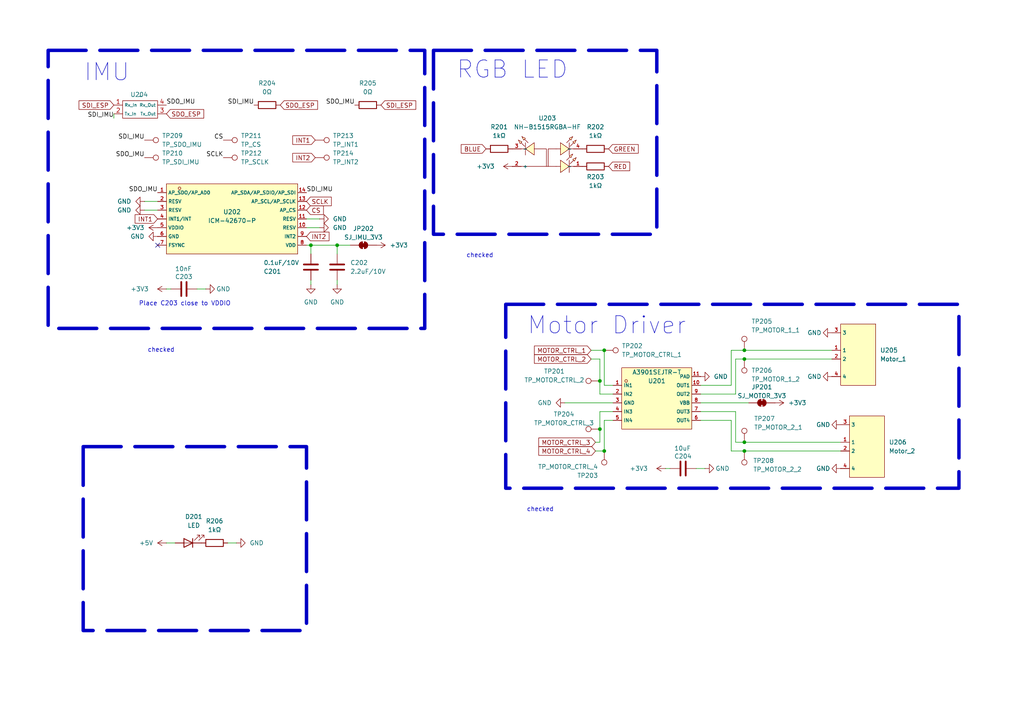
<source format=kicad_sch>
(kicad_sch (version 20231120) (generator "eeschema") (generator_version "8.0")
  (paper "A4")
  (lib_symbols
    (symbol "A3901SEJTR-T:A3901SEJTR-T"
      (property "Reference" "U" (at 0 1.27 0))
      (property "Value" "A3901SEJTR-T" (at 0 -2.54 0))
      (symbol "A3901SEJTR-T_0_1"
        (rectangle (start -10.16 8.89) (end 10.16 -8.89) (fill (type background)))
        (circle (center -8.89 5.08) (radius 0.381) (fill (type background)))
        (pin unspecified line (at -12.7 3.81 0) (length 2.54) (name "IN1") (number "1"))
        (pin unspecified line (at 12.7 3.81 180) (length 2.54) (name "OUT1") (number "10"))
        (pin unspecified line (at 12.7 6.35 180) (length 2.54) (name "PAD") (number "11"))
        (pin unspecified line (at -12.7 1.27 0) (length 2.54) (name "IN2") (number "2"))
        (pin unspecified line (at -12.7 -1.27 0) (length 2.54) (name "GND") (number "3"))
        (pin unspecified line (at -12.7 -3.81 0) (length 2.54) (name "IN3") (number "4"))
        (pin unspecified line (at -12.7 -6.35 0) (length 2.54) (name "IN4") (number "5"))
        (pin unspecified line (at 12.7 -6.35 180) (length 2.54) (name "OUT4") (number "6"))
        (pin unspecified line (at 12.7 -3.81 180) (length 2.54) (name "OUT3") (number "7"))
        (pin unspecified line (at 12.7 -1.27 180) (length 2.54) (name "VBB") (number "8"))
        (pin unspecified line (at 12.7 1.27 180) (length 2.54) (name "OUT2") (number "9"))
      )
    )
    (symbol "BM02B-SRSS-TB_(LF)(SN):BM02B-SRSS-TB_(LF)(SN)"
      (property "Reference" "U" (at 0 1.27 0))
      (property "Value" "BM02B-SRSS-TB_(LF)(SN)" (at 0 -2.54 0))
      (symbol "BM02B-SRSS-TB_(LF)(SN)_0_1"
        (rectangle (start -3.81 8.89) (end 6.35 -8.89) (fill (type background)))
        (pin unspecified line (at -6.35 1.27 0) (length 2.54) (name "1") (number "1"))
        (pin unspecified line (at -6.35 -1.27 0) (length 2.54) (name "2") (number "2"))
        (pin unspecified line (at -6.35 6.35 0) (length 2.54) (name "3") (number "3"))
        (pin unspecified line (at -6.35 -6.35 0) (length 2.54) (name "4") (number "4"))
      )
    )
    (symbol "Connector:TestPoint" (pin_numbers hide) (pin_names (offset 0.762) hide)
      (property "Reference" "TP" (at 0 6.858 0))
      (property "Value" "TestPoint" (at 0 5.08 0))
      (symbol "TestPoint_0_1"
        (circle (center 0 3.302) (radius 0.762))
      )
      (symbol "TestPoint_1_1"
        (pin passive line (at 0 0 90) (length 2.54) (name "1") (number "1"))
      )
    )
    (symbol "Device:C" (pin_numbers hide) (pin_names (offset 0.254))
      (property "Reference" "C" (at 0.635 2.54 0))
      (property "Value" "C" (at 0.635 -2.54 0))
      (symbol "C_0_1"
        (polyline (pts (xy -2.032 -0.762) (xy 2.032 -0.762)) (stroke (width 0.508)))
        (polyline (pts (xy -2.032 0.762) (xy 2.032 0.762)) (stroke (width 0.508)))
      )
      (symbol "C_1_1"
        (pin passive line (at 0 3.81 270) (length 2.794) (name "~") (number "1"))
        (pin passive line (at 0 -3.81 90) (length 2.794) (name "~") (number "2"))
      )
    )
    (symbol "Device:LED" (pin_numbers hide) (pin_names (offset 1.016) hide)
      (property "Reference" "D" (at 0 2.54 0))
      (property "Value" "LED" (at 0 -2.54 0))
      (symbol "LED_0_1"
        (polyline (pts (xy -1.27 -1.27) (xy -1.27 1.27)) (stroke (width 0.254)))
        (polyline (pts (xy -1.27 0) (xy 1.27 0)))
        (polyline (pts (xy 1.27 -1.27) (xy 1.27 1.27) (xy -1.27 0) (xy 1.27 -1.27)) (stroke (width 0.254)))
        (polyline (pts (xy -3.048 -0.762) (xy -4.572 -2.286) (xy -3.81 -2.286) (xy -4.572 -2.286) (xy -4.572 -1.524)))
        (polyline (pts (xy -1.778 -0.762) (xy -3.302 -2.286) (xy -2.54 -2.286) (xy -3.302 -2.286) (xy -3.302 -1.524)))
      )
      (symbol "LED_1_1"
        (pin passive line (at -3.81 0 0) (length 2.54) (name "K") (number "1"))
        (pin passive line (at 3.81 0 180) (length 2.54) (name "A") (number "2"))
      )
    )
    (symbol "Device:R" (pin_numbers hide) (pin_names (offset 0))
      (property "Reference" "R" (at 2.032 0 90))
      (property "Value" "R" (at 0 0 90))
      (symbol "R_0_1"
        (rectangle (start -1.016 -2.54) (end 1.016 2.54) (stroke (width 0.254)))
      )
      (symbol "R_1_1"
        (pin passive line (at 0 3.81 270) (length 1.27) (name "~") (number "1"))
        (pin passive line (at 0 -3.81 90) (length 1.27) (name "~") (number "2"))
      )
    )
    (symbol "ICM-42670-P:ICM-42670-P"
      (property "Reference" "U" (at 0 1.27 0))
      (property "Value" "ICM-42670-P" (at 0 -2.54 0))
      (symbol "ICM-42670-P_0_1"
        (rectangle (start -19.05 10.16) (end 19.05 -10.16) (fill (type background)))
        (circle (center -15.2401 8.89) (radius 0.381) (fill (type background)))
        (pin unspecified line (at -21.59 7.62 0) (length 2.54) (name "AP_SDO/AP_AD0") (number "1"))
        (pin unspecified line (at 21.59 -2.54 180) (length 2.54) (name "RESV") (number "10"))
        (pin unspecified line (at 21.59 0 180) (length 2.54) (name "RESV") (number "11"))
        (pin unspecified line (at 21.59 2.54 180) (length 2.54) (name "AP_CS") (number "12"))
        (pin unspecified line (at 21.59 5.08 180) (length 2.54) (name "AP_SCL/AP_SCLK") (number "13"))
        (pin unspecified line (at 21.59 7.62 180) (length 2.54) (name "AP_SDA/AP_SDIO/AP_SDI") (number "14"))
        (pin unspecified line (at -21.59 5.08 0) (length 2.54) (name "RESV") (number "2"))
        (pin unspecified line (at -21.59 2.54 0) (length 2.54) (name "RESV") (number "3"))
        (pin unspecified line (at -21.59 0 0) (length 2.54) (name "INT1/INT") (number "4"))
        (pin unspecified line (at -21.59 -2.54 0) (length 2.54) (name "VDDIO") (number "5"))
        (pin unspecified line (at -21.59 -5.08 0) (length 2.54) (name "GND") (number "6"))
        (pin unspecified line (at -21.59 -7.62 0) (length 2.54) (name "FSYNC") (number "7"))
        (pin unspecified line (at 21.59 -7.62 180) (length 2.54) (name "VDD") (number "8"))
        (pin unspecified line (at 21.59 -5.08 180) (length 2.54) (name "INT2") (number "9"))
      )
    )
    (symbol "Jumper:SolderJumper_2_Bridged" (pin_numbers hide) (pin_names (offset 0) hide) (exclude_from_sim yes) (in_bom no)
      (property "Reference" "JP" (at 0 2.032 0))
      (property "Value" "SolderJumper_2_Bridged" (at 0 -2.54 0))
      (symbol "SolderJumper_2_Bridged_0_1"
        (rectangle (start -0.508 0.508) (end 0.508 -0.508) (fill (type outline)))
        (arc (start -0.254 1.016) (mid -1.2656 0) (end -0.254 -1.016))
        (arc (start -0.254 1.016) (mid -1.2656 0) (end -0.254 -1.016) (fill (type outline)))
        (polyline (pts (xy -0.254 1.016) (xy -0.254 -1.016)))
        (polyline (pts (xy 0.254 1.016) (xy 0.254 -1.016)))
        (arc (start 0.254 -1.016) (mid 1.2656 0) (end 0.254 1.016))
        (arc (start 0.254 -1.016) (mid 1.2656 0) (end 0.254 1.016) (fill (type outline)))
      )
      (symbol "SolderJumper_2_Bridged_1_1"
        (pin passive line (at -3.81 0 0) (length 2.54) (name "A") (number "1"))
        (pin passive line (at 3.81 0 180) (length 2.54) (name "B") (number "2"))
      )
    )
    (symbol "NH-B1515RGBA-HF:NH-B1515RGBA-HF"
      (property "Reference" "U" (at 0 1.27 0))
      (property "Value" "NH-B1515RGBA-HF" (at 0 -2.54 0))
      (symbol "NH-B1515RGBA-HF_0_1"
        (polyline (pts (xy -6.604 3.302) (xy -7.62 4.318)))
        (polyline (pts (xy -6.35 2.54) (xy -7.62 2.54)))
        (polyline (pts (xy -6.35 4.318) (xy -6.35 0.762)))
        (polyline (pts (xy -5.588 4.318) (xy -6.604 5.334)))
        (polyline (pts (xy 2.54 -2.54) (xy -7.62 -2.54)))
        (polyline (pts (xy 2.54 -2.54) (xy 3.81 -2.54)))
        (polyline (pts (xy 2.54 2.54) (xy 3.81 2.54)))
        (polyline (pts (xy 5.588 -0.762) (xy 6.604 0.254)))
        (polyline (pts (xy 5.588 4.318) (xy 6.604 5.334)))
        (polyline (pts (xy 6.35 -2.54) (xy 7.62 -2.54)))
        (polyline (pts (xy 6.35 -0.762) (xy 6.35 -4.318)))
        (polyline (pts (xy 6.35 2.54) (xy 7.62 2.54)))
        (polyline (pts (xy 6.35 4.318) (xy 6.35 0.762)))
        (polyline (pts (xy 6.604 -1.778) (xy 7.62 -0.762)))
        (polyline (pts (xy 6.604 3.302) (xy 7.62 4.318)))
        (polyline (pts (xy -0.254 -2.54) (xy -0.254 2.54) (xy -3.81 2.54)))
        (polyline (pts (xy 0.254 -2.54) (xy 0.254 2.54) (xy 2.54 2.54)))
        (polyline (pts (xy -8.382 5.08) (xy -7.366 4.572) (xy -7.874 4.064) (xy -8.382 5.08)) (fill (type background)))
        (polyline (pts (xy -7.366 6.096) (xy -6.35 5.588) (xy -6.858 5.08) (xy -7.366 6.096)) (fill (type background)))
        (polyline (pts (xy -3.81 4.318) (xy -6.35 2.54) (xy -3.81 0.762) (xy -3.81 4.318)) (fill (type background)))
        (polyline (pts (xy 3.81 -0.762) (xy 6.35 -2.54) (xy 3.81 -4.318) (xy 3.81 -0.762)) (fill (type background)))
        (polyline (pts (xy 3.81 4.318) (xy 6.35 2.54) (xy 3.81 0.762) (xy 3.81 4.318)) (fill (type background)))
        (polyline (pts (xy 7.366 1.016) (xy 6.35 0.508) (xy 6.858 0) (xy 7.366 1.016)) (fill (type background)))
        (polyline (pts (xy 7.366 6.096) (xy 6.35 5.588) (xy 6.858 5.08) (xy 7.366 6.096)) (fill (type background)))
        (polyline (pts (xy 8.382 0) (xy 7.366 -0.508) (xy 7.874 -1.016) (xy 8.382 0)) (fill (type background)))
        (polyline (pts (xy 8.382 5.08) (xy 7.366 4.572) (xy 7.874 4.064) (xy 8.382 5.08)) (fill (type background)))
        (pin unspecified line (at 10.16 -2.54 180) (length 2.54) (name "-") (number "1"))
        (pin unspecified line (at -10.16 -2.54 0) (length 2.54) (name "+") (number "2"))
        (pin unspecified line (at -10.16 2.54 0) (length 2.54) (name "-") (number "3"))
        (pin unspecified line (at 10.16 2.54 180) (length 2.54) (name "-") (number "4"))
      )
    )
    (symbol "poka-yoke_rxtx:poka_yoke_txrx"
      (property "Reference" "U" (at 0 3.81 0))
      (symbol "poka_yoke_txrx_0_1"
        (rectangle (start -5.08 2.54) (end 5.08 -2.54))
      )
      (symbol "poka_yoke_txrx_1_1"
        (pin input line (at -7.62 1.27 0) (length 2.54) (name "Rx_In") (number "1"))
        (pin input line (at -7.62 -1.27 0) (length 2.54) (name "Tx_In") (number "2"))
        (pin output line (at 7.62 -1.27 180) (length 2.54) (name "Tx_Out") (number "3"))
        (pin output line (at 7.62 1.27 180) (length 2.54) (name "Rx_Out") (number "4"))
      )
    )
    (symbol "power:+3.3V" (power) (pin_numbers hide) (pin_names (offset 0) hide)
      (property "Value" "+3.3V" (at 0 3.556 0))
      (symbol "+3.3V_0_1"
        (polyline (pts (xy -0.762 1.27) (xy 0 2.54)))
        (polyline (pts (xy 0 0) (xy 0 2.54)))
        (polyline (pts (xy 0 2.54) (xy 0.762 1.27)))
      )
      (symbol "+3.3V_1_1"
        (pin power_in line (at 0 0 90) (length 0) (name "~") (number "1"))
      )
    )
    (symbol "power:+3V3" (power) (pin_numbers hide) (pin_names (offset 0) hide)
      (property "Value" "+3V3" (at 0 3.556 0))
      (symbol "+3V3_0_1"
        (polyline (pts (xy -0.762 1.27) (xy 0 2.54)))
        (polyline (pts (xy 0 0) (xy 0 2.54)))
        (polyline (pts (xy 0 2.54) (xy 0.762 1.27)))
      )
      (symbol "+3V3_1_1"
        (pin power_in line (at 0 0 90) (length 0) (name "~") (number "1"))
      )
    )
    (symbol "power:GND" (power) (pin_numbers hide) (pin_names (offset 0) hide)
      (property "Value" "GND" (at 0 -3.81 0))
      (symbol "GND_0_1"
        (polyline (pts (xy 0 0) (xy 0 -1.27) (xy 1.27 -1.27) (xy 0 -2.54) (xy -1.27 -1.27) (xy 0 -1.27)))
      )
      (symbol "GND_1_1"
        (pin power_in line (at 0 0 270) (length 0) (name "~") (number "1"))
      )
    )
  )
  (junction (at 173.99 110.49))
  (junction (at 175.26 130.81))
  (junction (at 215.9 101.6))
  (junction (at 175.26 101.6))
  (junction (at 215.9 104.14))
  (junction (at 90.17 71.12))
  (junction (at 215.9 128.27))
  (junction (at 215.9 130.81))
  (junction (at 97.79 71.12))
  (junction (at 173.99 124.46))
  (no_connect (at 45.72 71.12))
  (wire (pts (xy 48.26 157.48) (xy 50.8 157.48)))
  (wire (pts (xy 215.9 101.6) (xy 241.3 101.6)))
  (wire (pts (xy 213.36 104.14) (xy 213.36 114.3)))
  (wire (pts (xy 92.71 63.5) (xy 88.9 63.5)))
  (wire (pts (xy 175.26 121.92) (xy 175.26 130.81)))
  (wire (pts (xy 163.83 116.84) (xy 177.8 116.84)))
  (wire (pts (xy 213.36 128.27) (xy 213.36 119.38)))
  (wire (pts (xy 173.99 110.49) (xy 173.99 114.3)))
  (wire (pts (xy 173.99 124.46) (xy 173.99 119.38)))
  (wire (pts (xy 171.45 104.14) (xy 173.99 104.14)))
  (wire (pts (xy 173.99 128.27) (xy 173.99 124.46)))
  (wire (pts (xy 171.45 101.6) (xy 175.26 101.6)))
  (wire (pts (xy 215.9 104.14) (xy 241.3 104.14)))
  (wire (pts (xy 212.09 111.76) (xy 203.2 111.76)))
  (wire (pts (xy 57.15 83.82) (xy 59.69 83.82)))
  (wire (pts (xy 97.79 82.55) (xy 97.79 81.28)))
  (wire (pts (xy 97.79 71.12) (xy 101.6 71.12)))
  (wire (pts (xy 201.93 135.89) (xy 204.47 135.89)))
  (wire (pts (xy 41.91 60.96) (xy 45.72 60.96)))
  (wire (pts (xy 212.09 101.6) (xy 215.9 101.6)))
  (wire (pts (xy 172.72 128.27) (xy 173.99 128.27)))
  (wire (pts (xy 212.09 121.92) (xy 203.2 121.92)))
  (wire (pts (xy 212.09 101.6) (xy 212.09 111.76)))
  (wire (pts (xy 90.17 73.66) (xy 90.17 71.12)))
  (wire (pts (xy 212.09 130.81) (xy 212.09 121.92)))
  (wire (pts (xy 213.36 114.3) (xy 203.2 114.3)))
  (wire (pts (xy 175.26 111.76) (xy 177.8 111.76)))
  (wire (pts (xy 97.79 71.12) (xy 97.79 73.66)))
  (wire (pts (xy 33.02 34.29) (xy 33.02 33.02)))
  (wire (pts (xy 193.04 135.89) (xy 194.31 135.89)))
  (wire (pts (xy 203.2 116.84) (xy 217.17 116.84)))
  (wire (pts (xy 175.26 121.92) (xy 177.8 121.92)))
  (wire (pts (xy 213.36 128.27) (xy 215.9 128.27)))
  (wire (pts (xy 173.99 119.38) (xy 177.8 119.38)))
  (wire (pts (xy 213.36 104.14) (xy 215.9 104.14)))
  (wire (pts (xy 215.9 130.81) (xy 243.84 130.81)))
  (wire (pts (xy 175.26 101.6) (xy 175.26 111.76)))
  (wire (pts (xy 68.58 157.48) (xy 66.04 157.48)))
  (wire (pts (xy 41.91 58.42) (xy 45.72 58.42)))
  (wire (pts (xy 212.09 130.81) (xy 215.9 130.81)))
  (wire (pts (xy 90.17 81.28) (xy 90.17 82.55)))
  (wire (pts (xy 172.72 130.81) (xy 175.26 130.81)))
  (wire (pts (xy 173.99 114.3) (xy 177.8 114.3)))
  (wire (pts (xy 173.99 104.14) (xy 173.99 110.49)))
  (wire (pts (xy 88.9 71.12) (xy 90.17 71.12)))
  (wire (pts (xy 215.9 128.27) (xy 243.84 128.27)))
  (wire (pts (xy 90.17 71.12) (xy 97.79 71.12)))
  (wire (pts (xy 48.26 83.82) (xy 49.53 83.82)))
  (wire (pts (xy 213.36 119.38) (xy 203.2 119.38)))
  (wire (pts (xy 92.71 66.04) (xy 88.9 66.04)))
  (rectangle (start 125.73 14.605) (end 190.5 67.945) (stroke (width 1) (type dash)))
  (rectangle (start 146.685 88.265) (end 278.13 141.605) (stroke (width 1) (type dash)))
  (rectangle (start 13.97 14.605) (end 123.19 95.25) (stroke (width 1) (type dash)))
  (rectangle (start 24.13 129.54) (end 88.9 182.88) (stroke (width 1) (type dash)))
  (text "checked" (at 46.736 101.6 0) (effects (font (size 1.27 1.27))))
  (text "Motor Driver" (at 176.022 94.488 0) (effects (font (size 5 5))))
  (text "checked" (at 139.192 74.168 0) (effects (font (size 1.27 1.27))))
  (text "IMU" (at 30.988 21.082 0) (effects (font (size 5 5))))
  (text "Place C203 close to VDDIO" (at 53.594 88.138 0) (effects (font (size 1.27 1.27))))
  (text "RGB LED" (at 148.59 20.32 0) (effects (font (size 5 5))))
  (text "checked" (at 156.718 147.828 0) (effects (font (size 1.27 1.27))))
  (label "CS" (at 64.77 40.64 180))
  (label "SDO_IMU" (at 41.91 45.72 180))
  (label "SDO_IMU" (at 48.26 30.48 0))
  (label "SDI_IMU" (at 73.66 30.48 180))
  (label "SDI_IMU" (at 41.91 40.64 180))
  (label "SDI_IMU" (at 33.02 34.29 180))
  (label "SDI_IMU" (at 88.9 55.88 0))
  (label "SDO_IMU" (at 102.87 30.48 180))
  (label "SCLK" (at 64.77 45.72 180))
  (label "SDO_IMU" (at 45.72 55.88 180))
  (global_label "SCLK" (shape input) (at 88.9 58.42 0) (property "Intersheetrefs" "${INTERSHEET_REFS}" (effects (hide yes))))
  (global_label "MOTOR_CTRL_2" (shape input) (at 171.45 104.14 180) (property "Intersheetrefs" "${INTERSHEET_REFS}" (effects (hide yes))))
  (global_label "INT2" (shape input) (at 88.9 68.58 0) (property "Intersheetrefs" "${INTERSHEET_REFS}" (effects (hide yes))))
  (global_label "MOTOR_CTRL_3" (shape input) (at 172.72 128.27 180) (property "Intersheetrefs" "${INTERSHEET_REFS}" (effects (hide yes))))
  (global_label "MOTOR_CTRL_4" (shape input) (at 172.72 130.81 180) (property "Intersheetrefs" "${INTERSHEET_REFS}" (effects (hide yes))))
  (global_label "INT1" (shape input) (at 91.44 40.64 180) (property "Intersheetrefs" "${INTERSHEET_REFS}" (effects (hide yes))))
  (global_label "CS" (shape input) (at 88.9 60.96 0) (property "Intersheetrefs" "${INTERSHEET_REFS}" (effects (hide yes))))
  (global_label "INT1" (shape input) (at 45.72 63.5 180) (property "Intersheetrefs" "${INTERSHEET_REFS}" (effects (hide yes))))
  (global_label "INT2" (shape input) (at 91.44 45.72 180) (property "Intersheetrefs" "${INTERSHEET_REFS}" (effects (hide yes))))
  (global_label "SDI_ESP" (shape input) (at 33.02 30.48 180) (property "Intersheetrefs" "${INTERSHEET_REFS}" (effects (hide yes))))
  (global_label "GREEN" (shape input) (at 176.53 43.18 0) (property "Intersheetrefs" "${INTERSHEET_REFS}" (effects (hide yes))))
  (global_label "MOTOR_CTRL_1" (shape input) (at 171.45 101.6 180) (property "Intersheetrefs" "${INTERSHEET_REFS}" (effects (hide yes))))
  (global_label "RED" (shape input) (at 176.53 48.26 0) (property "Intersheetrefs" "${INTERSHEET_REFS}" (effects (hide yes))))
  (global_label "SDI_ESP" (shape input) (at 110.49 30.48 0) (property "Intersheetrefs" "${INTERSHEET_REFS}" (effects (hide yes))))
  (global_label "SDO_ESP" (shape input) (at 81.28 30.48 0) (property "Intersheetrefs" "${INTERSHEET_REFS}" (effects (hide yes))))
  (global_label "SDO_ESP" (shape input) (at 48.26 33.02 0) (property "Intersheetrefs" "${INTERSHEET_REFS}" (effects (hide yes))))
  (global_label "BLUE" (shape input) (at 140.97 43.18 180) (property "Intersheetrefs" "${INTERSHEET_REFS}" (effects (hide yes))))
  (symbol (lib_id "Connector:TestPoint") (at 41.91 40.64 270) (unit 1)
    (property "Reference" "TP209" (at 46.99 39.3699 90) (effects (justify left)))
    (property "Value" "TP_SDO_IMU" (at 46.99 41.9099 90) (effects (justify left)))
    (property "Footprint" "Connector_Pin:Pin_D1.0mm_L10.0mm" (effects (hide yes)))
    (property "Description" "test point" (effects (hide yes)))
  )
  (symbol (lib_id "Device:R") (at 144.78 43.18 90) (unit 1)
    (property "Reference" "R201" (at 144.78 36.83 90))
    (property "Value" "1kΩ" (at 144.78 39.37 90))
    (property "Footprint" "Resistor_SMD:R_0402_1005Metric" (effects (hide yes)))
    (property "Description" "Resistor" (effects (hide yes)))
  )
  (symbol (lib_id "power:+3.3V") (at 148.59 48.26 90) (unit 1)
    (property "Reference" "#PWR0212" (effects (hide yes)))
    (property "Value" "+3V3" (at 138.176 48.26 90) (effects (justify right)))
    (property "Description" "Power symbol creates a global label with name \"+3.3V\"" (effects (hide yes)))
  )
  (symbol (lib_id "Device:LED") (at 54.61 157.48 180) (unit 1)
    (property "Reference" "D201" (at 56.1975 149.86 0))
    (property "Value" "LED" (at 56.1975 152.4 0))
    (property "Footprint" "LED_SMD:LED_0603_1608Metric" (effects (hide yes)))
    (property "Description" "Light emitting diode" (effects (hide yes)))
  )
  (symbol (lib_id "Connector:TestPoint") (at 215.9 101.6 0) (unit 1)
    (property "Reference" "TP205" (at 217.932 93.218 0) (effects (justify left)))
    (property "Value" "TP_MOTOR_1_1" (at 217.932 95.758 0) (effects (justify left)))
    (property "Footprint" "Connector_Pin:Pin_D1.0mm_L10.0mm" (effects (hide yes)))
    (property "Description" "test point" (effects (hide yes)))
  )
  (symbol (lib_id "power:+3.3V") (at 48.26 83.82 90) (unit 1)
    (property "Reference" "#PWR0202" (effects (hide yes)))
    (property "Value" "+3V3" (at 37.846 83.82 90) (effects (justify right)))
    (property "Description" "Power symbol creates a global label with name \"+3.3V\"" (effects (hide yes)))
  )
  (symbol (lib_id "power:GND") (at 90.17 82.55 0) (unit 1)
    (property "Reference" "#PWR0208" (effects (hide yes)))
    (property "Value" "GND" (at 90.17 87.63 0))
    (property "Description" "Power symbol creates a global label with name \"GND\" , ground" (effects (hide yes)))
  )
  (symbol (lib_id "Connector:TestPoint") (at 215.9 104.14 180) (unit 1)
    (property "Reference" "TP206" (at 217.932 107.442 0) (effects (justify right)))
    (property "Value" "TP_MOTOR_1_2" (at 217.932 109.982 0) (effects (justify right)))
    (property "Footprint" "Connector_Pin:Pin_D1.0mm_L10.0mm" (effects (hide yes)))
    (property "Description" "test point" (effects (hide yes)))
  )
  (symbol (lib_id "Connector:TestPoint") (at 215.9 128.27 0) (unit 1)
    (property "Reference" "TP207" (at 218.694 121.412 0) (effects (justify left)))
    (property "Value" "TP_MOTOR_2_1" (at 218.694 123.952 0) (effects (justify left)))
    (property "Footprint" "Connector_Pin:Pin_D1.0mm_L10.0mm" (effects (hide yes)))
    (property "Description" "test point" (effects (hide yes)))
  )
  (symbol (lib_id "power:GND") (at 41.91 58.42 270) (unit 1)
    (property "Reference" "#PWR0204" (effects (hide yes)))
    (property "Value" "GND" (at 38.1 58.4199 90) (effects (justify right)))
    (property "Description" "Power symbol creates a global label with name \"GND\" , ground" (effects (hide yes)))
  )
  (symbol (lib_id "Device:R") (at 106.68 30.48 90) (unit 1)
    (property "Reference" "R205" (at 106.68 24.13 90))
    (property "Value" "0Ω" (at 106.68 26.67 90))
    (property "Footprint" "Resistor_SMD:R_0603_1608Metric" (effects (hide yes)))
    (property "Description" "Resistor" (effects (hide yes)))
  )
  (symbol (lib_id "NH-B1515RGBA-HF:NH-B1515RGBA-HF") (at 158.75 45.72 0) (unit 1)
    (property "Reference" "U203" (at 158.75 34.29 0))
    (property "Value" "NH-B1515RGBA-HF" (at 158.75 36.83 0))
    (property "Footprint" "footprints:LED-ARRAY-SMD_4P-L1.6-W1.5-TL_NH-B1515RGBA" (effects (hide yes)))
    (property "Datasheet" "https://atta.szlcsc.com/upload/public/pdf/source/20210810/0C11C8EE97F43D8CD153FEF2CA3E0D70.pdf" (effects (hide yes)))
    (property "LCSC" "C2874115" (effects (hide yes)))
  )
  (symbol (lib_id "power:+3.3V") (at 193.04 135.89 90) (unit 1)
    (property "Reference" "#PWR0218" (effects (hide yes)))
    (property "Value" "+3V3" (at 182.626 135.89 90) (effects (justify right)))
    (property "Description" "Power symbol creates a global label with name \"+3.3V\"" (effects (hide yes)))
  )
  (symbol (lib_id "Device:R") (at 172.72 43.18 90) (unit 1)
    (property "Reference" "R202" (at 172.72 36.83 90))
    (property "Value" "1kΩ" (at 172.72 39.37 90))
    (property "Footprint" "Resistor_SMD:R_0402_1005Metric" (effects (hide yes)))
    (property "Description" "Resistor" (effects (hide yes)))
  )
  (symbol (lib_id "Device:R") (at 62.23 157.48 90) (unit 1)
    (property "Reference" "R206" (at 62.23 151.13 90))
    (property "Value" "1kΩ" (at 62.23 153.67 90))
    (property "Footprint" "Resistor_SMD:R_0402_1005Metric" (effects (hide yes)))
    (property "Description" "Resistor" (effects (hide yes)))
  )
  (symbol (lib_id "Connector:TestPoint") (at 64.77 45.72 270) (unit 1)
    (property "Reference" "TP212" (at 69.85 44.4499 90) (effects (justify left)))
    (property "Value" "TP_SCLK" (at 69.85 46.9899 90) (effects (justify left)))
    (property "Footprint" "Connector_Pin:Pin_D1.0mm_L10.0mm" (effects (hide yes)))
    (property "Description" "test point" (effects (hide yes)))
  )
  (symbol (lib_id "power:+3.3V") (at 109.22 71.12 270) (unit 1)
    (property "Reference" "#PWR0210" (effects (hide yes)))
    (property "Value" "+3V3" (at 113.03 71.1199 90) (effects (justify left)))
    (property "Description" "Power symbol creates a global label with name \"+3.3V\"" (effects (hide yes)))
  )
  (symbol (lib_id "BM02B-SRSS-TB_(LF)(SN):BM02B-SRSS-TB_(LF)(SN)") (at 247.65 102.87 0) (unit 1)
    (property "Reference" "U205" (at 255.27 101.5999 0) (effects (justify left)))
    (property "Value" "Motor_1" (at 255.27 104.1399 0) (effects (justify left)))
    (property "Footprint" "footprints:CONN-TH_BM02B-SRSS-TB-LF-SN" (effects (hide yes)))
    (property "Datasheet" "https://item.szlcsc.com/171768.html" (effects (hide yes)))
    (property "LCSC" "C160388" (effects (hide yes)))
  )
  (symbol (lib_id "power:GND") (at 45.72 68.58 270) (unit 1)
    (property "Reference" "#PWR0201" (effects (hide yes)))
    (property "Value" "GND" (at 41.91 68.5799 90) (effects (justify right)))
    (property "Description" "Power symbol creates a global label with name \"GND\" , ground" (effects (hide yes)))
  )
  (symbol (lib_id "Device:C") (at 198.12 135.89 90) (unit 1)
    (property "Reference" "C204" (at 200.66 132.334 90) (effects (justify left)))
    (property "Value" "10uF" (at 200.406 130.048 90) (effects (justify left)))
    (property "Footprint" "Capacitor_SMD:C_0603_1608Metric" (effects (hide yes)))
    (property "Description" "Unpolarized capacitor" (effects (hide yes)))
  )
  (symbol (lib_id "A3901SEJTR-T:A3901SEJTR-T") (at 190.5 115.57 0) (unit 1)
    (property "Reference" "U201" (at 190.5 110.49 0))
    (property "Value" "A3901SEJTR-T" (at 190.5 107.95 0))
    (property "Footprint" "footprints:DFN-10_L3.0-W3.0-P0.50-BL-EP" (effects (hide yes)))
    (property "Datasheet" "https://item.szlcsc.com/245165.html" (effects (hide yes)))
    (property "LCSC" "C146403" (effects (hide yes)))
  )
  (symbol (lib_id "Device:R") (at 77.47 30.48 90) (unit 1)
    (property "Reference" "R204" (at 77.47 24.13 90))
    (property "Value" "0Ω" (at 77.47 26.67 90))
    (property "Footprint" "Resistor_SMD:R_0603_1608Metric" (effects (hide yes)))
    (property "Description" "Resistor" (effects (hide yes)))
  )
  (symbol (lib_id "power:GND") (at 59.69 83.82 90) (unit 1)
    (property "Reference" "#PWR0211" (effects (hide yes)))
    (property "Value" "GND" (at 64.77 83.82 90))
    (property "Description" "Power symbol creates a global label with name \"GND\" , ground" (effects (hide yes)))
  )
  (symbol (lib_id "Jumper:SolderJumper_2_Bridged") (at 105.41 71.12 0) (unit 1) (exclude_from_sim yes) (in_bom no)
    (property "Reference" "JP202" (at 105.41 66.294 0))
    (property "Value" "SJ_IMU_3V3" (at 105.41 68.834 0))
    (property "Footprint" "Jumper:SolderJumper-2_P1.3mm_Bridged_RoundedPad1.0x1.5mm" (effects (hide yes)))
    (property "Description" "Solder Jumper, 2-pole, closed/bridged" (effects (hide yes)))
  )
  (symbol (lib_id "Device:C") (at 53.34 83.82 90) (unit 1)
    (property "Reference" "C203" (at 55.88 80.264 90) (effects (justify left)))
    (property "Value" "10nF" (at 55.626 77.978 90) (effects (justify left)))
    (property "Footprint" "Capacitor_SMD:C_0402_1005Metric" (effects (hide yes)))
    (property "Description" "Unpolarized capacitor" (effects (hide yes)))
  )
  (symbol (lib_id "power:GND") (at 92.71 63.5 90) (unit 1)
    (property "Reference" "#PWR0206" (effects (hide yes)))
    (property "Value" "GND" (at 96.52 63.4999 90) (effects (justify right)))
    (property "Description" "Power symbol creates a global label with name \"GND\" , ground" (effects (hide yes)))
  )
  (symbol (lib_id "power:GND") (at 241.3 109.22 270) (unit 1)
    (property "Reference" "#PWR0221" (effects (hide yes)))
    (property "Value" "GND" (at 236.22 109.22 90))
    (property "Description" "Power symbol creates a global label with name \"GND\" , ground" (effects (hide yes)))
  )
  (symbol (lib_id "Device:C") (at 90.17 77.47 0) (unit 1)
    (property "Reference" "C201" (at 76.454 78.74 0) (effects (justify left)))
    (property "Value" "0.1uF/10V" (at 76.454 76.2 0) (effects (justify left)))
    (property "Footprint" "Capacitor_SMD:C_0402_1005Metric" (effects (hide yes)))
    (property "Description" "Unpolarized capacitor" (effects (hide yes)))
  )
  (symbol (lib_id "power:GND") (at 163.83 116.84 270) (unit 1)
    (property "Reference" "#PWR0214" (effects (hide yes)))
    (property "Value" "GND" (at 160.02 116.8399 90) (effects (justify right)))
    (property "Description" "Power symbol creates a global label with name \"GND\" , ground" (effects (hide yes)))
  )
  (symbol (lib_id "power:GND") (at 203.2 109.22 90) (unit 1)
    (property "Reference" "#PWR0215" (effects (hide yes)))
    (property "Value" "GND" (at 207.01 109.2199 90) (effects (justify right)))
    (property "Description" "Power symbol creates a global label with name \"GND\" , ground" (effects (hide yes)))
  )
  (symbol (lib_id "power:+3V3") (at 224.79 116.84 270) (unit 1)
    (property "Reference" "#PWR0213" (effects (hide yes)))
    (property "Value" "+3V3" (at 228.6 116.8399 90) (effects (justify left)))
    (property "Description" "Power symbol creates a global label with name \"+3V3\"" (effects (hide yes)))
  )
  (symbol (lib_id "power:GND") (at 92.71 66.04 90) (unit 1)
    (property "Reference" "#PWR0207" (effects (hide yes)))
    (property "Value" "GND" (at 96.52 66.0399 90) (effects (justify right)))
    (property "Description" "Power symbol creates a global label with name \"GND\" , ground" (effects (hide yes)))
  )
  (symbol (lib_id "Jumper:SolderJumper_2_Bridged") (at 220.98 116.84 0) (unit 1) (exclude_from_sim yes) (in_bom no)
    (property "Reference" "JP201" (at 220.98 112.268 0))
    (property "Value" "SJ_MOTOR_3V3" (at 220.98 114.808 0))
    (property "Footprint" "Jumper:SolderJumper-2_P1.3mm_Bridged_RoundedPad1.0x1.5mm" (effects (hide yes)))
    (property "Description" "Solder Jumper, 2-pole, closed/bridged" (effects (hide yes)))
  )
  (symbol (lib_id "power:+3V3") (at 45.72 66.04 90) (unit 1)
    (property "Reference" "#PWR0203" (effects (hide yes)))
    (property "Value" "+3V3" (at 41.91 66.0399 90) (effects (justify left)))
    (property "Description" "Power symbol creates a global label with name \"+3V3\"" (effects (hide yes)))
  )
  (symbol (lib_id "power:GND") (at 204.47 135.89 90) (unit 1)
    (property "Reference" "#PWR0219" (effects (hide yes)))
    (property "Value" "GND" (at 209.55 135.89 90))
    (property "Description" "Power symbol creates a global label with name \"GND\" , ground" (effects (hide yes)))
  )
  (symbol (lib_id "Connector:TestPoint") (at 175.26 101.6 270) (unit 1)
    (property "Reference" "TP202" (at 180.34 100.3299 90) (effects (justify left)))
    (property "Value" "TP_MOTOR_CTRL_1" (at 180.34 102.8699 90) (effects (justify left)))
    (property "Footprint" "Connector_Pin:Pin_D1.0mm_L10.0mm" (effects (hide yes)))
    (property "Description" "test point" (effects (hide yes)))
  )
  (symbol (lib_id "power:GND") (at 243.84 135.89 270) (unit 1)
    (property "Reference" "#PWR0223" (effects (hide yes)))
    (property "Value" "GND" (at 238.76 135.89 90))
    (property "Description" "Power symbol creates a global label with name \"GND\" , ground" (effects (hide yes)))
  )
  (symbol (lib_id "ICM-42670-P:ICM-42670-P") (at 67.31 63.5 0) (unit 1)
    (property "Reference" "U202" (at 67.31 61.468 0))
    (property "Value" "ICM-42670-P" (at 67.31 64.008 0))
    (property "Footprint" "footprints:LGA-14_L3.0-W2.5-P0.50-TL_QMI8658A" (effects (hide yes)))
    (property "Datasheet" "https://img.jlc.com/pdf/applyPasteComponent/2022-03-02/714375A/5968bbf3ca074100a2e4d57fcc6f6ea0/C2842151_QMI8658C_2021-06-30.PDF" (effects (hide yes)))
    (property "LCSC" "C3288646" (effects (hide yes)))
  )
  (symbol (lib_id "BM02B-SRSS-TB_(LF)(SN):BM02B-SRSS-TB_(LF)(SN)") (at 250.19 129.54 0) (unit 1)
    (property "Reference" "U206" (at 257.81 128.2699 0) (effects (justify left)))
    (property "Value" "Motor_2" (at 257.81 130.8099 0) (effects (justify left)))
    (property "Footprint" "footprints:CONN-TH_BM02B-SRSS-TB-LF-SN" (effects (hide yes)))
    (property "Datasheet" "https://item.szlcsc.com/171768.html" (effects (hide yes)))
    (property "LCSC" "C160388" (effects (hide yes)))
  )
  (symbol (lib_id "Device:C") (at 97.79 77.47 0) (unit 1)
    (property "Reference" "C202" (at 101.6 76.1999 0) (effects (justify left)))
    (property "Value" "2.2uF/10V" (at 101.6 78.7399 0) (effects (justify left)))
    (property "Footprint" "Capacitor_SMD:C_0805_2012Metric" (effects (hide yes)))
    (property "Description" "Unpolarized capacitor" (effects (hide yes)))
  )
  (symbol (lib_id "power:GND") (at 243.84 123.19 270) (unit 1)
    (property "Reference" "#PWR0222" (effects (hide yes)))
    (property "Value" "GND" (at 238.76 123.19 90))
    (property "Description" "Power symbol creates a global label with name \"GND\" , ground" (effects (hide yes)))
  )
  (symbol (lib_id "power:GND") (at 241.3 96.52 270) (unit 1)
    (property "Reference" "#PWR0220" (effects (hide yes)))
    (property "Value" "GND" (at 236.22 96.52 90))
    (property "Description" "Power symbol creates a global label with name \"GND\" , ground" (effects (hide yes)))
  )
  (symbol (lib_id "Connector:TestPoint") (at 91.44 40.64 270) (unit 1)
    (property "Reference" "TP213" (at 96.52 39.3699 90) (effects (justify left)))
    (property "Value" "TP_INT1" (at 96.52 41.9099 90) (effects (justify left)))
    (property "Footprint" "Connector_Pin:Pin_D1.0mm_L10.0mm" (effects (hide yes)))
    (property "Description" "test point" (effects (hide yes)))
  )
  (symbol (lib_id "power:GND") (at 97.79 82.55 0) (unit 1)
    (property "Reference" "#PWR0209" (effects (hide yes)))
    (property "Value" "GND" (at 97.79 87.63 0))
    (property "Description" "Power symbol creates a global label with name \"GND\" , ground" (effects (hide yes)))
  )
  (symbol (lib_id "poka-yoke_rxtx:poka_yoke_txrx") (at 40.64 31.75 0) (unit 1)
    (property "Reference" "U204" (at 40.386 27.432 0))
    (property "Value" "~" (at 40.64 27.94 0))
    (property "Footprint" "poka-yoke_rxtx:poka-yoke_rxtx" (effects (hide yes)))
  )
  (symbol (lib_id "Connector:TestPoint") (at 175.26 130.81 180) (unit 1)
    (property "Reference" "TP203" (at 173.482 137.922 0) (effects (justify left)))
    (property "Value" "TP_MOTOR_CTRL_4" (at 173.482 135.382 0) (effects (justify left)))
    (property "Footprint" "Connector_Pin:Pin_D1.0mm_L10.0mm" (effects (hide yes)))
    (property "Description" "test point" (effects (hide yes)))
  )
  (symbol (lib_id "power:GND") (at 68.58 157.48 90) (unit 1)
    (property "Reference" "#PWR0217" (effects (hide yes)))
    (property "Value" "GND" (at 72.39 157.4799 90) (effects (justify right)))
    (property "Description" "Power symbol creates a global label with name \"GND\" , ground" (effects (hide yes)))
  )
  (symbol (lib_id "Connector:TestPoint") (at 173.99 110.49 90) (unit 1)
    (property "Reference" "TP201" (at 160.782 107.696 90))
    (property "Value" "TP_MOTOR_CTRL_2" (at 160.782 110.236 90))
    (property "Footprint" "Connector_Pin:Pin_D1.0mm_L10.0mm" (effects (hide yes)))
    (property "Description" "test point" (effects (hide yes)))
  )
  (symbol (lib_id "Connector:TestPoint") (at 173.99 124.46 90) (unit 1)
    (property "Reference" "TP204" (at 163.576 120.142 90))
    (property "Value" "TP_MOTOR_CTRL_3" (at 163.576 122.682 90))
    (property "Footprint" "Connector_Pin:Pin_D1.0mm_L10.0mm" (effects (hide yes)))
    (property "Description" "test point" (effects (hide yes)))
  )
  (symbol (lib_id "Connector:TestPoint") (at 64.77 40.64 270) (unit 1)
    (property "Reference" "TP211" (at 69.85 39.3699 90) (effects (justify left)))
    (property "Value" "TP_CS" (at 69.85 41.9099 90) (effects (justify left)))
    (property "Footprint" "Connector_Pin:Pin_D1.0mm_L10.0mm" (effects (hide yes)))
    (property "Description" "test point" (effects (hide yes)))
  )
  (symbol (lib_id "Connector:TestPoint") (at 41.91 45.72 270) (unit 1)
    (property "Reference" "TP210" (at 46.99 44.4499 90) (effects (justify left)))
    (property "Value" "TP_SDI_IMU" (at 46.99 46.9899 90) (effects (justify left)))
    (property "Footprint" "Connector_Pin:Pin_D1.0mm_L10.0mm" (effects (hide yes)))
    (property "Description" "test point" (effects (hide yes)))
  )
  (symbol (lib_id "power:GND") (at 41.91 60.96 270) (unit 1)
    (property "Reference" "#PWR0205" (effects (hide yes)))
    (property "Value" "GND" (at 38.1 60.9599 90) (effects (justify right)))
    (property "Description" "Power symbol creates a global label with name \"GND\" , ground" (effects (hide yes)))
  )
  (symbol (lib_id "Connector:TestPoint") (at 215.9 130.81 180) (unit 1)
    (property "Reference" "TP208" (at 218.44 133.604 0) (effects (justify right)))
    (property "Value" "TP_MOTOR_2_2" (at 218.44 136.144 0) (effects (justify right)))
    (property "Footprint" "Connector_Pin:Pin_D1.0mm_L10.0mm" (effects (hide yes)))
    (property "Description" "test point" (effects (hide yes)))
  )
  (symbol (lib_id "Device:R") (at 172.72 48.26 90) (unit 1)
    (property "Reference" "R203" (at 172.72 51.308 90))
    (property "Value" "1kΩ" (at 172.72 53.848 90))
    (property "Footprint" "Resistor_SMD:R_0402_1005Metric" (effects (hide yes)))
    (property "Description" "Resistor" (effects (hide yes)))
  )
  (symbol (lib_id "power:+3V3") (at 48.26 157.48 90) (unit 1)
    (property "Reference" "#PWR0216" (effects (hide yes)))
    (property "Value" "+5V" (at 44.45 157.4799 90) (effects (justify left)))
    (property "Description" "Power symbol creates a global label with name \"+3V3\"" (effects (hide yes)))
  )
  (symbol (lib_id "Connector:TestPoint") (at 91.44 45.72 270) (unit 1)
    (property "Reference" "TP214" (at 96.52 44.4499 90) (effects (justify left)))
    (property "Value" "TP_INT2" (at 96.52 46.9899 90) (effects (justify left)))
    (property "Footprint" "Connector_Pin:Pin_D1.0mm_L10.0mm" (effects (hide yes)))
    (property "Description" "test point" (effects (hide yes)))
  )
)
</source>
